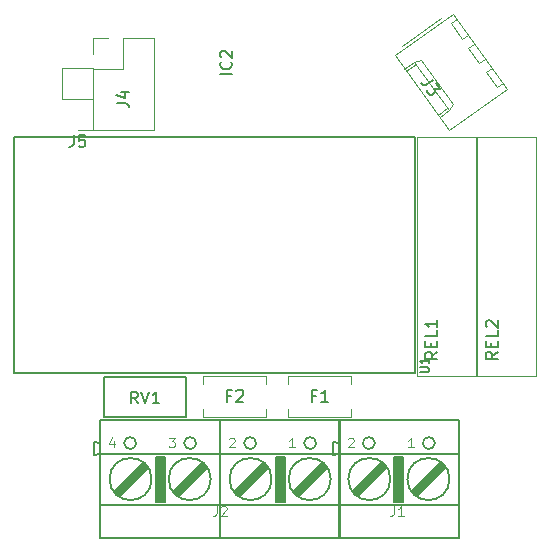
<source format=gbr>
G04 #@! TF.GenerationSoftware,KiCad,Pcbnew,5.0.2-bee76a0~70~ubuntu16.04.1*
G04 #@! TF.CreationDate,2019-02-12T18:50:20+01:00*
G04 #@! TF.ProjectId,MySensors_InCan,4d795365-6e73-46f7-9273-5f496e43616e,rev?*
G04 #@! TF.SameCoordinates,Original*
G04 #@! TF.FileFunction,Legend,Top*
G04 #@! TF.FilePolarity,Positive*
%FSLAX46Y46*%
G04 Gerber Fmt 4.6, Leading zero omitted, Abs format (unit mm)*
G04 Created by KiCad (PCBNEW 5.0.2-bee76a0~70~ubuntu16.04.1) date wto, 12 lut 2019, 18:50:20*
%MOMM*%
%LPD*%
G01*
G04 APERTURE LIST*
%ADD10C,0.120000*%
%ADD11C,0.127000*%
%ADD12C,0.381000*%
%ADD13C,0.150000*%
%ADD14C,0.100000*%
%ADD15C,0.076200*%
G04 APERTURE END LIST*
D10*
G04 #@! TO.C,J5*
X92730000Y-136230000D02*
X90070000Y-136230000D01*
X92730000Y-138830000D02*
X92730000Y-136230000D01*
X90070000Y-138830000D02*
X90070000Y-136230000D01*
X92730000Y-138830000D02*
X90070000Y-138830000D01*
X92730000Y-140100000D02*
X92730000Y-141430000D01*
X92730000Y-141430000D02*
X91400000Y-141430000D01*
G04 #@! TO.C,J3*
X123150282Y-131608311D02*
X118267678Y-135129755D01*
X118267678Y-135129755D02*
X122853746Y-141488496D01*
X122853746Y-141488496D02*
X127736349Y-137967050D01*
X127736349Y-137967050D02*
X123150282Y-131608311D01*
X122145248Y-131975608D02*
X118900993Y-134315439D01*
X119074920Y-136249024D02*
X119885984Y-135664065D01*
X119885984Y-135664065D02*
X122857568Y-139784270D01*
X122857568Y-139784270D02*
X122046504Y-140369228D01*
X119885984Y-135664065D02*
X120462087Y-135556805D01*
X120462087Y-135556805D02*
X123141192Y-139271476D01*
X123141192Y-139271476D02*
X122857568Y-139784270D01*
X119221159Y-136451789D02*
X120032222Y-135866832D01*
X121900265Y-140166462D02*
X122711329Y-139581504D01*
X123489557Y-132078727D02*
X123002920Y-132429701D01*
X123002920Y-132429701D02*
X123938851Y-133727403D01*
X123938851Y-133727403D02*
X124425490Y-133376429D01*
X124975350Y-134138830D02*
X124488712Y-134489803D01*
X124488712Y-134489803D02*
X125424644Y-135787506D01*
X125424644Y-135787506D02*
X125911282Y-135436531D01*
X126461143Y-136198931D02*
X125974505Y-136549907D01*
X125974505Y-136549907D02*
X126910436Y-137847607D01*
X126910436Y-137847607D02*
X127397073Y-137496632D01*
G04 #@! TO.C,J4*
X92670000Y-141410000D02*
X97870000Y-141410000D01*
X92670000Y-136270000D02*
X92670000Y-141410000D01*
X97870000Y-133670000D02*
X97870000Y-141410000D01*
X92670000Y-136270000D02*
X95270000Y-136270000D01*
X95270000Y-136270000D02*
X95270000Y-133670000D01*
X95270000Y-133670000D02*
X97870000Y-133670000D01*
X92670000Y-135000000D02*
X92670000Y-133670000D01*
X92670000Y-133670000D02*
X94000000Y-133670000D01*
D11*
G04 #@! TO.C,J2*
X98003736Y-172905000D02*
X98003736Y-169095000D01*
X98765736Y-172905000D02*
X98003736Y-172905000D01*
X98765736Y-169095000D02*
X98765736Y-172905000D01*
X98003736Y-169095000D02*
X98765736Y-169095000D01*
X98130736Y-169095000D02*
X98130736Y-172905000D01*
X98257736Y-169095000D02*
X98257736Y-172905000D01*
X98384736Y-169095000D02*
X98384736Y-172905000D01*
X98511736Y-169095000D02*
X98511736Y-172905000D01*
X98638736Y-169095000D02*
X98638736Y-172905000D01*
X93304736Y-173159000D02*
X93304736Y-168841000D01*
X103464736Y-173159000D02*
X93304736Y-173159000D01*
X103464736Y-168841000D02*
X103464736Y-173159000D01*
X93304736Y-168841000D02*
X103464736Y-168841000D01*
X97662736Y-171000000D02*
G75*
G03X97662736Y-171000000I-1778000J0D01*
G01*
D12*
X94741736Y-172143000D02*
X97027736Y-169857000D01*
X97154736Y-169984000D02*
X94868736Y-172270000D01*
X94614736Y-172016000D02*
X96900736Y-169730000D01*
X99614736Y-172016000D02*
X101900736Y-169730000D01*
X102154736Y-169984000D02*
X99868736Y-172270000D01*
X99741736Y-172143000D02*
X102027736Y-169857000D01*
D11*
X102662736Y-171000000D02*
G75*
G03X102662736Y-171000000I-1778000J0D01*
G01*
X103464736Y-176000000D02*
X103464736Y-173159000D01*
X93304736Y-176000000D02*
X103464736Y-176000000D01*
X93304736Y-173159000D02*
X93304736Y-176000000D01*
X103464736Y-166000000D02*
X103464736Y-168841000D01*
X93304736Y-166000000D02*
X103464736Y-166000000D01*
X93304736Y-168841000D02*
X93304736Y-166000000D01*
X96352736Y-167952000D02*
G75*
G03X96352736Y-167952000I-508000J0D01*
G01*
X101432736Y-167952000D02*
G75*
G03X101432736Y-167952000I-508000J0D01*
G01*
X111592736Y-167952000D02*
G75*
G03X111592736Y-167952000I-508000J0D01*
G01*
X106512736Y-167952000D02*
G75*
G03X106512736Y-167952000I-508000J0D01*
G01*
X103464736Y-168841000D02*
X103464736Y-167063000D01*
X103464736Y-166000000D02*
X113624736Y-166000000D01*
X113624736Y-166000000D02*
X113624736Y-168841000D01*
X103464736Y-173159000D02*
X103464736Y-174556000D01*
X103464736Y-176000000D02*
X113624736Y-176000000D01*
X113624736Y-176000000D02*
X113624736Y-173159000D01*
X112822736Y-171000000D02*
G75*
G03X112822736Y-171000000I-1778000J0D01*
G01*
D12*
X109901736Y-172143000D02*
X112187736Y-169857000D01*
X112314736Y-169984000D02*
X110028736Y-172270000D01*
X109774736Y-172016000D02*
X112060736Y-169730000D01*
X104774736Y-172016000D02*
X107060736Y-169730000D01*
X107314736Y-169984000D02*
X105028736Y-172270000D01*
X104901736Y-172143000D02*
X107187736Y-169857000D01*
D11*
X107822736Y-171000000D02*
G75*
G03X107822736Y-171000000I-1778000J0D01*
G01*
X103464736Y-168841000D02*
X113624736Y-168841000D01*
X113624736Y-168841000D02*
X113624736Y-173159000D01*
X113624736Y-173159000D02*
X103464736Y-173159000D01*
X103464736Y-173159000D02*
X103464736Y-168841000D01*
X108798736Y-169095000D02*
X108798736Y-172905000D01*
X108671736Y-169095000D02*
X108671736Y-172905000D01*
X108544736Y-169095000D02*
X108544736Y-172905000D01*
X108417736Y-169095000D02*
X108417736Y-172905000D01*
X108290736Y-169095000D02*
X108290736Y-172905000D01*
X108163736Y-169095000D02*
X108925736Y-169095000D01*
X108925736Y-169095000D02*
X108925736Y-172905000D01*
X108925736Y-172905000D02*
X108163736Y-172905000D01*
X108163736Y-172905000D02*
X108163736Y-169095000D01*
X93304736Y-168841000D02*
X92796736Y-168968000D01*
X92796736Y-168968000D02*
X92796736Y-167825000D01*
X92796736Y-167825000D02*
X93304736Y-167952000D01*
G04 #@! TO.C,J1*
X118219000Y-172905000D02*
X118219000Y-169095000D01*
X118981000Y-172905000D02*
X118219000Y-172905000D01*
X118981000Y-169095000D02*
X118981000Y-172905000D01*
X118219000Y-169095000D02*
X118981000Y-169095000D01*
X118346000Y-169095000D02*
X118346000Y-172905000D01*
X118473000Y-169095000D02*
X118473000Y-172905000D01*
X118600000Y-169095000D02*
X118600000Y-172905000D01*
X118727000Y-169095000D02*
X118727000Y-172905000D01*
X118854000Y-169095000D02*
X118854000Y-172905000D01*
X113520000Y-173159000D02*
X113520000Y-168841000D01*
X123680000Y-173159000D02*
X113520000Y-173159000D01*
X123680000Y-168841000D02*
X123680000Y-173159000D01*
X113520000Y-168841000D02*
X123680000Y-168841000D01*
X117878000Y-171000000D02*
G75*
G03X117878000Y-171000000I-1778000J0D01*
G01*
D12*
X114957000Y-172143000D02*
X117243000Y-169857000D01*
X117370000Y-169984000D02*
X115084000Y-172270000D01*
X114830000Y-172016000D02*
X117116000Y-169730000D01*
X119830000Y-172016000D02*
X122116000Y-169730000D01*
X122370000Y-169984000D02*
X120084000Y-172270000D01*
X119957000Y-172143000D02*
X122243000Y-169857000D01*
D11*
X122878000Y-171000000D02*
G75*
G03X122878000Y-171000000I-1778000J0D01*
G01*
X123680000Y-176000000D02*
X123680000Y-173159000D01*
X113520000Y-176000000D02*
X123680000Y-176000000D01*
X113520000Y-173159000D02*
X113520000Y-176000000D01*
X123680000Y-166000000D02*
X123680000Y-168841000D01*
X113520000Y-166000000D02*
X123680000Y-166000000D01*
X113520000Y-168841000D02*
X113520000Y-166000000D01*
X116568000Y-167952000D02*
G75*
G03X116568000Y-167952000I-508000J0D01*
G01*
X121648000Y-167952000D02*
G75*
G03X121648000Y-167952000I-508000J0D01*
G01*
X113012000Y-167825000D02*
X113520000Y-167952000D01*
X113012000Y-168968000D02*
X113012000Y-167825000D01*
X113520000Y-168841000D02*
X113012000Y-168968000D01*
D13*
G04 #@! TO.C,RV1*
X93600000Y-162350000D02*
X93600000Y-165750000D01*
X100600000Y-162350000D02*
X100600000Y-165750000D01*
X93600000Y-162350000D02*
X100600000Y-162350000D01*
X93600000Y-165750000D02*
X100600000Y-165750000D01*
D14*
G04 #@! TO.C,REL1*
X125100000Y-159200000D02*
X125100000Y-162280000D01*
X125100000Y-152300000D02*
X125100000Y-159200000D01*
X125100000Y-143000000D02*
X125100000Y-152300000D01*
X120100000Y-143800000D02*
X120100000Y-143400000D01*
X120100000Y-162280000D02*
X120100000Y-143800000D01*
X125100000Y-162280000D02*
X120100000Y-162280000D01*
X125100000Y-142000000D02*
X125100000Y-143200000D01*
X120100000Y-142000000D02*
X125100000Y-142000000D01*
X120100000Y-143500000D02*
X120100000Y-142000000D01*
G04 #@! TO.C,REL2*
X125200000Y-143500000D02*
X125200000Y-142000000D01*
X125200000Y-142000000D02*
X130200000Y-142000000D01*
X130200000Y-142000000D02*
X130200000Y-143200000D01*
X130200000Y-162280000D02*
X125200000Y-162280000D01*
X125200000Y-162280000D02*
X125200000Y-143800000D01*
X125200000Y-143800000D02*
X125200000Y-143400000D01*
X130200000Y-143000000D02*
X130200000Y-152300000D01*
X130200000Y-152300000D02*
X130200000Y-159200000D01*
X130200000Y-159200000D02*
X130200000Y-162280000D01*
D10*
G04 #@! TO.C,F2*
X102030000Y-162279000D02*
X107370000Y-162279000D01*
X102030000Y-165721000D02*
X107370000Y-165721000D01*
X102030000Y-162279000D02*
X102030000Y-162945000D01*
X102030000Y-165055000D02*
X102030000Y-165721000D01*
X107370000Y-162279000D02*
X107370000Y-162945000D01*
X107370000Y-165055000D02*
X107370000Y-165721000D01*
G04 #@! TO.C,F1*
X114570000Y-165055000D02*
X114570000Y-165721000D01*
X114570000Y-162279000D02*
X114570000Y-162945000D01*
X109230000Y-165055000D02*
X109230000Y-165721000D01*
X109230000Y-162279000D02*
X109230000Y-162945000D01*
X109230000Y-165721000D02*
X114570000Y-165721000D01*
X109230000Y-162279000D02*
X114570000Y-162279000D01*
D11*
G04 #@! TO.C,U1*
X86000000Y-142000000D02*
X86000000Y-162000000D01*
X120000000Y-162000000D02*
X120000000Y-142000000D01*
X120000000Y-142000000D02*
X86000000Y-142000000D01*
X86000000Y-162000000D02*
X120000000Y-162000000D01*
G04 #@! TO.C,J5*
D13*
X91066666Y-141882380D02*
X91066666Y-142596666D01*
X91019047Y-142739523D01*
X90923809Y-142834761D01*
X90780952Y-142882380D01*
X90685714Y-142882380D01*
X92019047Y-141882380D02*
X91542857Y-141882380D01*
X91495238Y-142358571D01*
X91542857Y-142310952D01*
X91638095Y-142263333D01*
X91876190Y-142263333D01*
X91971428Y-142310952D01*
X92019047Y-142358571D01*
X92066666Y-142453809D01*
X92066666Y-142691904D01*
X92019047Y-142787142D01*
X91971428Y-142834761D01*
X91876190Y-142882380D01*
X91638095Y-142882380D01*
X91542857Y-142834761D01*
X91495238Y-142787142D01*
G04 #@! TO.C,J3*
X121493817Y-137187618D02*
X120914485Y-137605445D01*
X120770764Y-137650388D01*
X120637809Y-137628854D01*
X120515622Y-137540843D01*
X120459912Y-137463599D01*
X121716658Y-137496595D02*
X122078774Y-137998682D01*
X121574812Y-137951168D01*
X121658377Y-138067034D01*
X121675465Y-138172134D01*
X121664698Y-138238611D01*
X121615309Y-138332943D01*
X121422199Y-138472219D01*
X121317100Y-138489307D01*
X121250622Y-138478540D01*
X121156290Y-138429151D01*
X120989159Y-138197419D01*
X120972071Y-138092319D01*
X120982838Y-138025842D01*
G04 #@! TO.C,J4*
X94715126Y-139161580D02*
X95429412Y-139161580D01*
X95572269Y-139209199D01*
X95667507Y-139304437D01*
X95715126Y-139447294D01*
X95715126Y-139542532D01*
X95048460Y-138256818D02*
X95715126Y-138256818D01*
X94667507Y-138494913D02*
X95381793Y-138733008D01*
X95381793Y-138113961D01*
G04 #@! TO.C,IC2*
X104452380Y-136726190D02*
X103452380Y-136726190D01*
X104357142Y-135678571D02*
X104404761Y-135726190D01*
X104452380Y-135869047D01*
X104452380Y-135964285D01*
X104404761Y-136107142D01*
X104309523Y-136202380D01*
X104214285Y-136250000D01*
X104023809Y-136297619D01*
X103880952Y-136297619D01*
X103690476Y-136250000D01*
X103595238Y-136202380D01*
X103500000Y-136107142D01*
X103452380Y-135964285D01*
X103452380Y-135869047D01*
X103500000Y-135726190D01*
X103547619Y-135678571D01*
X103547619Y-135297619D02*
X103500000Y-135250000D01*
X103452380Y-135154761D01*
X103452380Y-134916666D01*
X103500000Y-134821428D01*
X103547619Y-134773809D01*
X103642857Y-134726190D01*
X103738095Y-134726190D01*
X103880952Y-134773809D01*
X104452380Y-135345238D01*
X104452380Y-134726190D01*
G04 #@! TO.C,J2*
D15*
X103193802Y-173304895D02*
X103193802Y-173885466D01*
X103155097Y-174001580D01*
X103077688Y-174078990D01*
X102961574Y-174117695D01*
X102884164Y-174117695D01*
X103542145Y-173382304D02*
X103580850Y-173343600D01*
X103658259Y-173304895D01*
X103851783Y-173304895D01*
X103929193Y-173343600D01*
X103967897Y-173382304D01*
X104006602Y-173459714D01*
X104006602Y-173537123D01*
X103967897Y-173653238D01*
X103503440Y-174117695D01*
X104006602Y-174117695D01*
X94475555Y-167777828D02*
X94475555Y-168319695D01*
X94282031Y-167468190D02*
X94088507Y-168048761D01*
X94591669Y-168048761D01*
X99129802Y-167506895D02*
X99632964Y-167506895D01*
X99362031Y-167816533D01*
X99478145Y-167816533D01*
X99555555Y-167855238D01*
X99594259Y-167893942D01*
X99632964Y-167971352D01*
X99632964Y-168164876D01*
X99594259Y-168242285D01*
X99555555Y-168280990D01*
X99478145Y-168319695D01*
X99245916Y-168319695D01*
X99168507Y-168280990D01*
X99129802Y-168242285D01*
X109792964Y-168319695D02*
X109328507Y-168319695D01*
X109560736Y-168319695D02*
X109560736Y-167506895D01*
X109483326Y-167623009D01*
X109405916Y-167700419D01*
X109328507Y-167739123D01*
X104248507Y-167584304D02*
X104287212Y-167545600D01*
X104364621Y-167506895D01*
X104558145Y-167506895D01*
X104635555Y-167545600D01*
X104674259Y-167584304D01*
X104712964Y-167661714D01*
X104712964Y-167739123D01*
X104674259Y-167855238D01*
X104209802Y-168319695D01*
X104712964Y-168319695D01*
G04 #@! TO.C,J1*
X118194330Y-173304895D02*
X118194330Y-173885466D01*
X118155625Y-174001580D01*
X118078216Y-174078990D01*
X117962102Y-174117695D01*
X117884692Y-174117695D01*
X119007130Y-174117695D02*
X118542673Y-174117695D01*
X118774902Y-174117695D02*
X118774902Y-173304895D01*
X118697492Y-173421009D01*
X118620083Y-173498419D01*
X118542673Y-173537123D01*
X114303771Y-167584304D02*
X114342476Y-167545600D01*
X114419885Y-167506895D01*
X114613409Y-167506895D01*
X114690819Y-167545600D01*
X114729523Y-167584304D01*
X114768228Y-167661714D01*
X114768228Y-167739123D01*
X114729523Y-167855238D01*
X114265066Y-168319695D01*
X114768228Y-168319695D01*
X119848228Y-168319695D02*
X119383771Y-168319695D01*
X119616000Y-168319695D02*
X119616000Y-167506895D01*
X119538590Y-167623009D01*
X119461180Y-167700419D01*
X119383771Y-167739123D01*
G04 #@! TO.C,RV1*
D13*
X96504761Y-164602380D02*
X96171428Y-164126190D01*
X95933333Y-164602380D02*
X95933333Y-163602380D01*
X96314285Y-163602380D01*
X96409523Y-163650000D01*
X96457142Y-163697619D01*
X96504761Y-163792857D01*
X96504761Y-163935714D01*
X96457142Y-164030952D01*
X96409523Y-164078571D01*
X96314285Y-164126190D01*
X95933333Y-164126190D01*
X96790476Y-163602380D02*
X97123809Y-164602380D01*
X97457142Y-163602380D01*
X98314285Y-164602380D02*
X97742857Y-164602380D01*
X98028571Y-164602380D02*
X98028571Y-163602380D01*
X97933333Y-163745238D01*
X97838095Y-163840476D01*
X97742857Y-163888095D01*
G04 #@! TO.C,REL1*
X121852380Y-160223809D02*
X121376190Y-160557142D01*
X121852380Y-160795238D02*
X120852380Y-160795238D01*
X120852380Y-160414285D01*
X120900000Y-160319047D01*
X120947619Y-160271428D01*
X121042857Y-160223809D01*
X121185714Y-160223809D01*
X121280952Y-160271428D01*
X121328571Y-160319047D01*
X121376190Y-160414285D01*
X121376190Y-160795238D01*
X121328571Y-159795238D02*
X121328571Y-159461904D01*
X121852380Y-159319047D02*
X121852380Y-159795238D01*
X120852380Y-159795238D01*
X120852380Y-159319047D01*
X121852380Y-158414285D02*
X121852380Y-158890476D01*
X120852380Y-158890476D01*
X121852380Y-157557142D02*
X121852380Y-158128571D01*
X121852380Y-157842857D02*
X120852380Y-157842857D01*
X120995238Y-157938095D01*
X121090476Y-158033333D01*
X121138095Y-158128571D01*
G04 #@! TO.C,REL2*
X126952380Y-160223809D02*
X126476190Y-160557142D01*
X126952380Y-160795238D02*
X125952380Y-160795238D01*
X125952380Y-160414285D01*
X126000000Y-160319047D01*
X126047619Y-160271428D01*
X126142857Y-160223809D01*
X126285714Y-160223809D01*
X126380952Y-160271428D01*
X126428571Y-160319047D01*
X126476190Y-160414285D01*
X126476190Y-160795238D01*
X126428571Y-159795238D02*
X126428571Y-159461904D01*
X126952380Y-159319047D02*
X126952380Y-159795238D01*
X125952380Y-159795238D01*
X125952380Y-159319047D01*
X126952380Y-158414285D02*
X126952380Y-158890476D01*
X125952380Y-158890476D01*
X126047619Y-158128571D02*
X126000000Y-158080952D01*
X125952380Y-157985714D01*
X125952380Y-157747619D01*
X126000000Y-157652380D01*
X126047619Y-157604761D01*
X126142857Y-157557142D01*
X126238095Y-157557142D01*
X126380952Y-157604761D01*
X126952380Y-158176190D01*
X126952380Y-157557142D01*
G04 #@! TO.C,F2*
X104366666Y-163928571D02*
X104033333Y-163928571D01*
X104033333Y-164452380D02*
X104033333Y-163452380D01*
X104509523Y-163452380D01*
X104842857Y-163547619D02*
X104890476Y-163500000D01*
X104985714Y-163452380D01*
X105223809Y-163452380D01*
X105319047Y-163500000D01*
X105366666Y-163547619D01*
X105414285Y-163642857D01*
X105414285Y-163738095D01*
X105366666Y-163880952D01*
X104795238Y-164452380D01*
X105414285Y-164452380D01*
G04 #@! TO.C,F1*
X111566666Y-163928571D02*
X111233333Y-163928571D01*
X111233333Y-164452380D02*
X111233333Y-163452380D01*
X111709523Y-163452380D01*
X112614285Y-164452380D02*
X112042857Y-164452380D01*
X112328571Y-164452380D02*
X112328571Y-163452380D01*
X112233333Y-163595238D01*
X112138095Y-163690476D01*
X112042857Y-163738095D01*
G04 #@! TO.C,U1*
D11*
X120362714Y-161978571D02*
X120979571Y-161978571D01*
X121052142Y-161942285D01*
X121088428Y-161906000D01*
X121124714Y-161833428D01*
X121124714Y-161688285D01*
X121088428Y-161615714D01*
X121052142Y-161579428D01*
X120979571Y-161543142D01*
X120362714Y-161543142D01*
X121124714Y-160781142D02*
X121124714Y-161216571D01*
X121124714Y-160998857D02*
X120362714Y-160998857D01*
X120471571Y-161071428D01*
X120544142Y-161144000D01*
X120580428Y-161216571D01*
G04 #@! TD*
M02*

</source>
